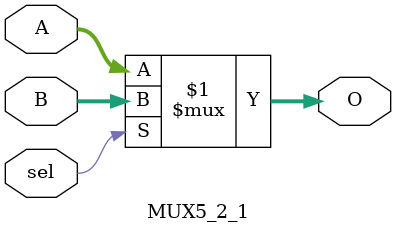
<source format=v>
`timescale 1ns / 1ps
module MUX5_2_1(
	input [4:0] A, B,
	input sel,
	output [4:0] O
    );
	assign O = sel? B: A;

endmodule

</source>
